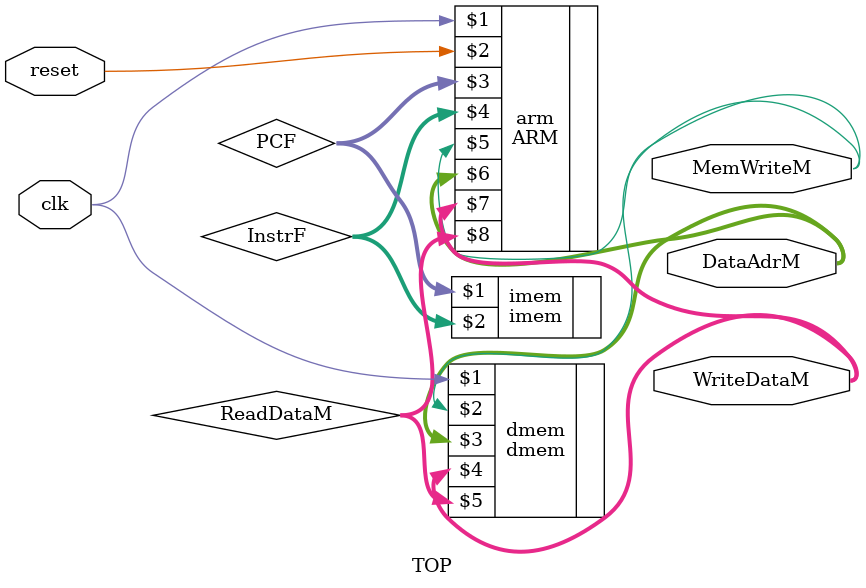
<source format=sv>
module TOP(input logic clk, reset,
           output logic [31:0] WriteDataM, DataAdrM,
           output logic MemWriteM);
 
 logic [31:0] PCF, InstrF, ReadDataM;

 // instantiate processor and memories
 ARM arm(clk, reset, PCF, InstrF, MemWriteM, DataAdrM, WriteDataM, ReadDataM);
 
 imem imem(PCF, InstrF);
 
 dmem dmem(clk, MemWriteM, DataAdrM, WriteDataM, ReadDataM);

endmodule

</source>
